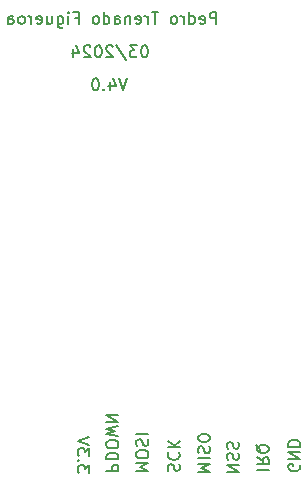
<source format=gbo>
G04 #@! TF.GenerationSoftware,KiCad,Pcbnew,7.0.9*
G04 #@! TF.CreationDate,2024-04-20T19:10:07+02:00*
G04 #@! TF.ProjectId,NFC_Programmer,4e46435f-5072-46f6-9772-616d6d65722e,3.0*
G04 #@! TF.SameCoordinates,Original*
G04 #@! TF.FileFunction,Legend,Bot*
G04 #@! TF.FilePolarity,Positive*
%FSLAX46Y46*%
G04 Gerber Fmt 4.6, Leading zero omitted, Abs format (unit mm)*
G04 Created by KiCad (PCBNEW 7.0.9) date 2024-04-20 19:10:07*
%MOMM*%
%LPD*%
G01*
G04 APERTURE LIST*
%ADD10C,0.153000*%
%ADD11C,3.000000*%
%ADD12R,1.700000X1.700000*%
%ADD13O,1.700000X1.700000*%
G04 APERTURE END LIST*
D10*
X139610336Y-106811247D02*
X140610336Y-106811247D01*
X140610336Y-106811247D02*
X140610336Y-106430295D01*
X140610336Y-106430295D02*
X140562717Y-106335057D01*
X140562717Y-106335057D02*
X140515098Y-106287438D01*
X140515098Y-106287438D02*
X140419860Y-106239819D01*
X140419860Y-106239819D02*
X140277003Y-106239819D01*
X140277003Y-106239819D02*
X140181765Y-106287438D01*
X140181765Y-106287438D02*
X140134146Y-106335057D01*
X140134146Y-106335057D02*
X140086527Y-106430295D01*
X140086527Y-106430295D02*
X140086527Y-106811247D01*
X139610336Y-105811247D02*
X140610336Y-105811247D01*
X140610336Y-105811247D02*
X140610336Y-105573152D01*
X140610336Y-105573152D02*
X140562717Y-105430295D01*
X140562717Y-105430295D02*
X140467479Y-105335057D01*
X140467479Y-105335057D02*
X140372241Y-105287438D01*
X140372241Y-105287438D02*
X140181765Y-105239819D01*
X140181765Y-105239819D02*
X140038908Y-105239819D01*
X140038908Y-105239819D02*
X139848432Y-105287438D01*
X139848432Y-105287438D02*
X139753194Y-105335057D01*
X139753194Y-105335057D02*
X139657956Y-105430295D01*
X139657956Y-105430295D02*
X139610336Y-105573152D01*
X139610336Y-105573152D02*
X139610336Y-105811247D01*
X140610336Y-104620771D02*
X140610336Y-104430295D01*
X140610336Y-104430295D02*
X140562717Y-104335057D01*
X140562717Y-104335057D02*
X140467479Y-104239819D01*
X140467479Y-104239819D02*
X140277003Y-104192200D01*
X140277003Y-104192200D02*
X139943670Y-104192200D01*
X139943670Y-104192200D02*
X139753194Y-104239819D01*
X139753194Y-104239819D02*
X139657956Y-104335057D01*
X139657956Y-104335057D02*
X139610336Y-104430295D01*
X139610336Y-104430295D02*
X139610336Y-104620771D01*
X139610336Y-104620771D02*
X139657956Y-104716009D01*
X139657956Y-104716009D02*
X139753194Y-104811247D01*
X139753194Y-104811247D02*
X139943670Y-104858866D01*
X139943670Y-104858866D02*
X140277003Y-104858866D01*
X140277003Y-104858866D02*
X140467479Y-104811247D01*
X140467479Y-104811247D02*
X140562717Y-104716009D01*
X140562717Y-104716009D02*
X140610336Y-104620771D01*
X140610336Y-103858866D02*
X139610336Y-103620771D01*
X139610336Y-103620771D02*
X140324622Y-103430295D01*
X140324622Y-103430295D02*
X139610336Y-103239819D01*
X139610336Y-103239819D02*
X140610336Y-103001724D01*
X139610336Y-102620771D02*
X140610336Y-102620771D01*
X140610336Y-102620771D02*
X139610336Y-102049343D01*
X139610336Y-102049343D02*
X140610336Y-102049343D01*
X148921247Y-68929663D02*
X148921247Y-67929663D01*
X148921247Y-67929663D02*
X148540295Y-67929663D01*
X148540295Y-67929663D02*
X148445057Y-67977282D01*
X148445057Y-67977282D02*
X148397438Y-68024901D01*
X148397438Y-68024901D02*
X148349819Y-68120139D01*
X148349819Y-68120139D02*
X148349819Y-68262996D01*
X148349819Y-68262996D02*
X148397438Y-68358234D01*
X148397438Y-68358234D02*
X148445057Y-68405853D01*
X148445057Y-68405853D02*
X148540295Y-68453472D01*
X148540295Y-68453472D02*
X148921247Y-68453472D01*
X147540295Y-68882044D02*
X147635533Y-68929663D01*
X147635533Y-68929663D02*
X147826009Y-68929663D01*
X147826009Y-68929663D02*
X147921247Y-68882044D01*
X147921247Y-68882044D02*
X147968866Y-68786805D01*
X147968866Y-68786805D02*
X147968866Y-68405853D01*
X147968866Y-68405853D02*
X147921247Y-68310615D01*
X147921247Y-68310615D02*
X147826009Y-68262996D01*
X147826009Y-68262996D02*
X147635533Y-68262996D01*
X147635533Y-68262996D02*
X147540295Y-68310615D01*
X147540295Y-68310615D02*
X147492676Y-68405853D01*
X147492676Y-68405853D02*
X147492676Y-68501091D01*
X147492676Y-68501091D02*
X147968866Y-68596329D01*
X146635533Y-68929663D02*
X146635533Y-67929663D01*
X146635533Y-68882044D02*
X146730771Y-68929663D01*
X146730771Y-68929663D02*
X146921247Y-68929663D01*
X146921247Y-68929663D02*
X147016485Y-68882044D01*
X147016485Y-68882044D02*
X147064104Y-68834424D01*
X147064104Y-68834424D02*
X147111723Y-68739186D01*
X147111723Y-68739186D02*
X147111723Y-68453472D01*
X147111723Y-68453472D02*
X147064104Y-68358234D01*
X147064104Y-68358234D02*
X147016485Y-68310615D01*
X147016485Y-68310615D02*
X146921247Y-68262996D01*
X146921247Y-68262996D02*
X146730771Y-68262996D01*
X146730771Y-68262996D02*
X146635533Y-68310615D01*
X146159342Y-68929663D02*
X146159342Y-68262996D01*
X146159342Y-68453472D02*
X146111723Y-68358234D01*
X146111723Y-68358234D02*
X146064104Y-68310615D01*
X146064104Y-68310615D02*
X145968866Y-68262996D01*
X145968866Y-68262996D02*
X145873628Y-68262996D01*
X145397437Y-68929663D02*
X145492675Y-68882044D01*
X145492675Y-68882044D02*
X145540294Y-68834424D01*
X145540294Y-68834424D02*
X145587913Y-68739186D01*
X145587913Y-68739186D02*
X145587913Y-68453472D01*
X145587913Y-68453472D02*
X145540294Y-68358234D01*
X145540294Y-68358234D02*
X145492675Y-68310615D01*
X145492675Y-68310615D02*
X145397437Y-68262996D01*
X145397437Y-68262996D02*
X145254580Y-68262996D01*
X145254580Y-68262996D02*
X145159342Y-68310615D01*
X145159342Y-68310615D02*
X145111723Y-68358234D01*
X145111723Y-68358234D02*
X145064104Y-68453472D01*
X145064104Y-68453472D02*
X145064104Y-68739186D01*
X145064104Y-68739186D02*
X145111723Y-68834424D01*
X145111723Y-68834424D02*
X145159342Y-68882044D01*
X145159342Y-68882044D02*
X145254580Y-68929663D01*
X145254580Y-68929663D02*
X145397437Y-68929663D01*
X144016484Y-67929663D02*
X143445056Y-67929663D01*
X143730770Y-68929663D02*
X143730770Y-67929663D01*
X143111722Y-68929663D02*
X143111722Y-68262996D01*
X143111722Y-68453472D02*
X143064103Y-68358234D01*
X143064103Y-68358234D02*
X143016484Y-68310615D01*
X143016484Y-68310615D02*
X142921246Y-68262996D01*
X142921246Y-68262996D02*
X142826008Y-68262996D01*
X142111722Y-68882044D02*
X142206960Y-68929663D01*
X142206960Y-68929663D02*
X142397436Y-68929663D01*
X142397436Y-68929663D02*
X142492674Y-68882044D01*
X142492674Y-68882044D02*
X142540293Y-68786805D01*
X142540293Y-68786805D02*
X142540293Y-68405853D01*
X142540293Y-68405853D02*
X142492674Y-68310615D01*
X142492674Y-68310615D02*
X142397436Y-68262996D01*
X142397436Y-68262996D02*
X142206960Y-68262996D01*
X142206960Y-68262996D02*
X142111722Y-68310615D01*
X142111722Y-68310615D02*
X142064103Y-68405853D01*
X142064103Y-68405853D02*
X142064103Y-68501091D01*
X142064103Y-68501091D02*
X142540293Y-68596329D01*
X141635531Y-68262996D02*
X141635531Y-68929663D01*
X141635531Y-68358234D02*
X141587912Y-68310615D01*
X141587912Y-68310615D02*
X141492674Y-68262996D01*
X141492674Y-68262996D02*
X141349817Y-68262996D01*
X141349817Y-68262996D02*
X141254579Y-68310615D01*
X141254579Y-68310615D02*
X141206960Y-68405853D01*
X141206960Y-68405853D02*
X141206960Y-68929663D01*
X140302198Y-68929663D02*
X140302198Y-68405853D01*
X140302198Y-68405853D02*
X140349817Y-68310615D01*
X140349817Y-68310615D02*
X140445055Y-68262996D01*
X140445055Y-68262996D02*
X140635531Y-68262996D01*
X140635531Y-68262996D02*
X140730769Y-68310615D01*
X140302198Y-68882044D02*
X140397436Y-68929663D01*
X140397436Y-68929663D02*
X140635531Y-68929663D01*
X140635531Y-68929663D02*
X140730769Y-68882044D01*
X140730769Y-68882044D02*
X140778388Y-68786805D01*
X140778388Y-68786805D02*
X140778388Y-68691567D01*
X140778388Y-68691567D02*
X140730769Y-68596329D01*
X140730769Y-68596329D02*
X140635531Y-68548710D01*
X140635531Y-68548710D02*
X140397436Y-68548710D01*
X140397436Y-68548710D02*
X140302198Y-68501091D01*
X139397436Y-68929663D02*
X139397436Y-67929663D01*
X139397436Y-68882044D02*
X139492674Y-68929663D01*
X139492674Y-68929663D02*
X139683150Y-68929663D01*
X139683150Y-68929663D02*
X139778388Y-68882044D01*
X139778388Y-68882044D02*
X139826007Y-68834424D01*
X139826007Y-68834424D02*
X139873626Y-68739186D01*
X139873626Y-68739186D02*
X139873626Y-68453472D01*
X139873626Y-68453472D02*
X139826007Y-68358234D01*
X139826007Y-68358234D02*
X139778388Y-68310615D01*
X139778388Y-68310615D02*
X139683150Y-68262996D01*
X139683150Y-68262996D02*
X139492674Y-68262996D01*
X139492674Y-68262996D02*
X139397436Y-68310615D01*
X138778388Y-68929663D02*
X138873626Y-68882044D01*
X138873626Y-68882044D02*
X138921245Y-68834424D01*
X138921245Y-68834424D02*
X138968864Y-68739186D01*
X138968864Y-68739186D02*
X138968864Y-68453472D01*
X138968864Y-68453472D02*
X138921245Y-68358234D01*
X138921245Y-68358234D02*
X138873626Y-68310615D01*
X138873626Y-68310615D02*
X138778388Y-68262996D01*
X138778388Y-68262996D02*
X138635531Y-68262996D01*
X138635531Y-68262996D02*
X138540293Y-68310615D01*
X138540293Y-68310615D02*
X138492674Y-68358234D01*
X138492674Y-68358234D02*
X138445055Y-68453472D01*
X138445055Y-68453472D02*
X138445055Y-68739186D01*
X138445055Y-68739186D02*
X138492674Y-68834424D01*
X138492674Y-68834424D02*
X138540293Y-68882044D01*
X138540293Y-68882044D02*
X138635531Y-68929663D01*
X138635531Y-68929663D02*
X138778388Y-68929663D01*
X136921245Y-68405853D02*
X137254578Y-68405853D01*
X137254578Y-68929663D02*
X137254578Y-67929663D01*
X137254578Y-67929663D02*
X136778388Y-67929663D01*
X136397435Y-68929663D02*
X136397435Y-68262996D01*
X136397435Y-67929663D02*
X136445054Y-67977282D01*
X136445054Y-67977282D02*
X136397435Y-68024901D01*
X136397435Y-68024901D02*
X136349816Y-67977282D01*
X136349816Y-67977282D02*
X136397435Y-67929663D01*
X136397435Y-67929663D02*
X136397435Y-68024901D01*
X135492674Y-68262996D02*
X135492674Y-69072520D01*
X135492674Y-69072520D02*
X135540293Y-69167758D01*
X135540293Y-69167758D02*
X135587912Y-69215377D01*
X135587912Y-69215377D02*
X135683150Y-69262996D01*
X135683150Y-69262996D02*
X135826007Y-69262996D01*
X135826007Y-69262996D02*
X135921245Y-69215377D01*
X135492674Y-68882044D02*
X135587912Y-68929663D01*
X135587912Y-68929663D02*
X135778388Y-68929663D01*
X135778388Y-68929663D02*
X135873626Y-68882044D01*
X135873626Y-68882044D02*
X135921245Y-68834424D01*
X135921245Y-68834424D02*
X135968864Y-68739186D01*
X135968864Y-68739186D02*
X135968864Y-68453472D01*
X135968864Y-68453472D02*
X135921245Y-68358234D01*
X135921245Y-68358234D02*
X135873626Y-68310615D01*
X135873626Y-68310615D02*
X135778388Y-68262996D01*
X135778388Y-68262996D02*
X135587912Y-68262996D01*
X135587912Y-68262996D02*
X135492674Y-68310615D01*
X134587912Y-68262996D02*
X134587912Y-68929663D01*
X135016483Y-68262996D02*
X135016483Y-68786805D01*
X135016483Y-68786805D02*
X134968864Y-68882044D01*
X134968864Y-68882044D02*
X134873626Y-68929663D01*
X134873626Y-68929663D02*
X134730769Y-68929663D01*
X134730769Y-68929663D02*
X134635531Y-68882044D01*
X134635531Y-68882044D02*
X134587912Y-68834424D01*
X133730769Y-68882044D02*
X133826007Y-68929663D01*
X133826007Y-68929663D02*
X134016483Y-68929663D01*
X134016483Y-68929663D02*
X134111721Y-68882044D01*
X134111721Y-68882044D02*
X134159340Y-68786805D01*
X134159340Y-68786805D02*
X134159340Y-68405853D01*
X134159340Y-68405853D02*
X134111721Y-68310615D01*
X134111721Y-68310615D02*
X134016483Y-68262996D01*
X134016483Y-68262996D02*
X133826007Y-68262996D01*
X133826007Y-68262996D02*
X133730769Y-68310615D01*
X133730769Y-68310615D02*
X133683150Y-68405853D01*
X133683150Y-68405853D02*
X133683150Y-68501091D01*
X133683150Y-68501091D02*
X134159340Y-68596329D01*
X133254578Y-68929663D02*
X133254578Y-68262996D01*
X133254578Y-68453472D02*
X133206959Y-68358234D01*
X133206959Y-68358234D02*
X133159340Y-68310615D01*
X133159340Y-68310615D02*
X133064102Y-68262996D01*
X133064102Y-68262996D02*
X132968864Y-68262996D01*
X132492673Y-68929663D02*
X132587911Y-68882044D01*
X132587911Y-68882044D02*
X132635530Y-68834424D01*
X132635530Y-68834424D02*
X132683149Y-68739186D01*
X132683149Y-68739186D02*
X132683149Y-68453472D01*
X132683149Y-68453472D02*
X132635530Y-68358234D01*
X132635530Y-68358234D02*
X132587911Y-68310615D01*
X132587911Y-68310615D02*
X132492673Y-68262996D01*
X132492673Y-68262996D02*
X132349816Y-68262996D01*
X132349816Y-68262996D02*
X132254578Y-68310615D01*
X132254578Y-68310615D02*
X132206959Y-68358234D01*
X132206959Y-68358234D02*
X132159340Y-68453472D01*
X132159340Y-68453472D02*
X132159340Y-68739186D01*
X132159340Y-68739186D02*
X132206959Y-68834424D01*
X132206959Y-68834424D02*
X132254578Y-68882044D01*
X132254578Y-68882044D02*
X132349816Y-68929663D01*
X132349816Y-68929663D02*
X132492673Y-68929663D01*
X131302197Y-68929663D02*
X131302197Y-68405853D01*
X131302197Y-68405853D02*
X131349816Y-68310615D01*
X131349816Y-68310615D02*
X131445054Y-68262996D01*
X131445054Y-68262996D02*
X131635530Y-68262996D01*
X131635530Y-68262996D02*
X131730768Y-68310615D01*
X131302197Y-68882044D02*
X131397435Y-68929663D01*
X131397435Y-68929663D02*
X131635530Y-68929663D01*
X131635530Y-68929663D02*
X131730768Y-68882044D01*
X131730768Y-68882044D02*
X131778387Y-68786805D01*
X131778387Y-68786805D02*
X131778387Y-68691567D01*
X131778387Y-68691567D02*
X131730768Y-68596329D01*
X131730768Y-68596329D02*
X131635530Y-68548710D01*
X131635530Y-68548710D02*
X131397435Y-68548710D01*
X131397435Y-68548710D02*
X131302197Y-68501091D01*
X141344104Y-73549663D02*
X141010771Y-74549663D01*
X141010771Y-74549663D02*
X140677438Y-73549663D01*
X139915533Y-73882996D02*
X139915533Y-74549663D01*
X140153628Y-73502044D02*
X140391723Y-74216329D01*
X140391723Y-74216329D02*
X139772676Y-74216329D01*
X139391723Y-74454424D02*
X139344104Y-74502044D01*
X139344104Y-74502044D02*
X139391723Y-74549663D01*
X139391723Y-74549663D02*
X139439342Y-74502044D01*
X139439342Y-74502044D02*
X139391723Y-74454424D01*
X139391723Y-74454424D02*
X139391723Y-74549663D01*
X138725057Y-73549663D02*
X138629819Y-73549663D01*
X138629819Y-73549663D02*
X138534581Y-73597282D01*
X138534581Y-73597282D02*
X138486962Y-73644901D01*
X138486962Y-73644901D02*
X138439343Y-73740139D01*
X138439343Y-73740139D02*
X138391724Y-73930615D01*
X138391724Y-73930615D02*
X138391724Y-74168710D01*
X138391724Y-74168710D02*
X138439343Y-74359186D01*
X138439343Y-74359186D02*
X138486962Y-74454424D01*
X138486962Y-74454424D02*
X138534581Y-74502044D01*
X138534581Y-74502044D02*
X138629819Y-74549663D01*
X138629819Y-74549663D02*
X138725057Y-74549663D01*
X138725057Y-74549663D02*
X138820295Y-74502044D01*
X138820295Y-74502044D02*
X138867914Y-74454424D01*
X138867914Y-74454424D02*
X138915533Y-74359186D01*
X138915533Y-74359186D02*
X138963152Y-74168710D01*
X138963152Y-74168710D02*
X138963152Y-73930615D01*
X138963152Y-73930615D02*
X138915533Y-73740139D01*
X138915533Y-73740139D02*
X138867914Y-73644901D01*
X138867914Y-73644901D02*
X138820295Y-73597282D01*
X138820295Y-73597282D02*
X138725057Y-73549663D01*
X138170336Y-106916485D02*
X138170336Y-106297438D01*
X138170336Y-106297438D02*
X137789384Y-106630771D01*
X137789384Y-106630771D02*
X137789384Y-106487914D01*
X137789384Y-106487914D02*
X137741765Y-106392676D01*
X137741765Y-106392676D02*
X137694146Y-106345057D01*
X137694146Y-106345057D02*
X137598908Y-106297438D01*
X137598908Y-106297438D02*
X137360813Y-106297438D01*
X137360813Y-106297438D02*
X137265575Y-106345057D01*
X137265575Y-106345057D02*
X137217956Y-106392676D01*
X137217956Y-106392676D02*
X137170336Y-106487914D01*
X137170336Y-106487914D02*
X137170336Y-106773628D01*
X137170336Y-106773628D02*
X137217956Y-106868866D01*
X137217956Y-106868866D02*
X137265575Y-106916485D01*
X137265575Y-105868866D02*
X137217956Y-105821247D01*
X137217956Y-105821247D02*
X137170336Y-105868866D01*
X137170336Y-105868866D02*
X137217956Y-105916485D01*
X137217956Y-105916485D02*
X137265575Y-105868866D01*
X137265575Y-105868866D02*
X137170336Y-105868866D01*
X138170336Y-105487914D02*
X138170336Y-104868867D01*
X138170336Y-104868867D02*
X137789384Y-105202200D01*
X137789384Y-105202200D02*
X137789384Y-105059343D01*
X137789384Y-105059343D02*
X137741765Y-104964105D01*
X137741765Y-104964105D02*
X137694146Y-104916486D01*
X137694146Y-104916486D02*
X137598908Y-104868867D01*
X137598908Y-104868867D02*
X137360813Y-104868867D01*
X137360813Y-104868867D02*
X137265575Y-104916486D01*
X137265575Y-104916486D02*
X137217956Y-104964105D01*
X137217956Y-104964105D02*
X137170336Y-105059343D01*
X137170336Y-105059343D02*
X137170336Y-105345057D01*
X137170336Y-105345057D02*
X137217956Y-105440295D01*
X137217956Y-105440295D02*
X137265575Y-105487914D01*
X138170336Y-104583152D02*
X137170336Y-104249819D01*
X137170336Y-104249819D02*
X138170336Y-103916486D01*
X149830336Y-106851247D02*
X150830336Y-106851247D01*
X150830336Y-106851247D02*
X149830336Y-106279819D01*
X149830336Y-106279819D02*
X150830336Y-106279819D01*
X149877956Y-105851247D02*
X149830336Y-105708390D01*
X149830336Y-105708390D02*
X149830336Y-105470295D01*
X149830336Y-105470295D02*
X149877956Y-105375057D01*
X149877956Y-105375057D02*
X149925575Y-105327438D01*
X149925575Y-105327438D02*
X150020813Y-105279819D01*
X150020813Y-105279819D02*
X150116051Y-105279819D01*
X150116051Y-105279819D02*
X150211289Y-105327438D01*
X150211289Y-105327438D02*
X150258908Y-105375057D01*
X150258908Y-105375057D02*
X150306527Y-105470295D01*
X150306527Y-105470295D02*
X150354146Y-105660771D01*
X150354146Y-105660771D02*
X150401765Y-105756009D01*
X150401765Y-105756009D02*
X150449384Y-105803628D01*
X150449384Y-105803628D02*
X150544622Y-105851247D01*
X150544622Y-105851247D02*
X150639860Y-105851247D01*
X150639860Y-105851247D02*
X150735098Y-105803628D01*
X150735098Y-105803628D02*
X150782717Y-105756009D01*
X150782717Y-105756009D02*
X150830336Y-105660771D01*
X150830336Y-105660771D02*
X150830336Y-105422676D01*
X150830336Y-105422676D02*
X150782717Y-105279819D01*
X149877956Y-104898866D02*
X149830336Y-104756009D01*
X149830336Y-104756009D02*
X149830336Y-104517914D01*
X149830336Y-104517914D02*
X149877956Y-104422676D01*
X149877956Y-104422676D02*
X149925575Y-104375057D01*
X149925575Y-104375057D02*
X150020813Y-104327438D01*
X150020813Y-104327438D02*
X150116051Y-104327438D01*
X150116051Y-104327438D02*
X150211289Y-104375057D01*
X150211289Y-104375057D02*
X150258908Y-104422676D01*
X150258908Y-104422676D02*
X150306527Y-104517914D01*
X150306527Y-104517914D02*
X150354146Y-104708390D01*
X150354146Y-104708390D02*
X150401765Y-104803628D01*
X150401765Y-104803628D02*
X150449384Y-104851247D01*
X150449384Y-104851247D02*
X150544622Y-104898866D01*
X150544622Y-104898866D02*
X150639860Y-104898866D01*
X150639860Y-104898866D02*
X150735098Y-104851247D01*
X150735098Y-104851247D02*
X150782717Y-104803628D01*
X150782717Y-104803628D02*
X150830336Y-104708390D01*
X150830336Y-104708390D02*
X150830336Y-104470295D01*
X150830336Y-104470295D02*
X150782717Y-104327438D01*
X142160336Y-106811247D02*
X143160336Y-106811247D01*
X143160336Y-106811247D02*
X142446051Y-106477914D01*
X142446051Y-106477914D02*
X143160336Y-106144581D01*
X143160336Y-106144581D02*
X142160336Y-106144581D01*
X143160336Y-105477914D02*
X143160336Y-105287438D01*
X143160336Y-105287438D02*
X143112717Y-105192200D01*
X143112717Y-105192200D02*
X143017479Y-105096962D01*
X143017479Y-105096962D02*
X142827003Y-105049343D01*
X142827003Y-105049343D02*
X142493670Y-105049343D01*
X142493670Y-105049343D02*
X142303194Y-105096962D01*
X142303194Y-105096962D02*
X142207956Y-105192200D01*
X142207956Y-105192200D02*
X142160336Y-105287438D01*
X142160336Y-105287438D02*
X142160336Y-105477914D01*
X142160336Y-105477914D02*
X142207956Y-105573152D01*
X142207956Y-105573152D02*
X142303194Y-105668390D01*
X142303194Y-105668390D02*
X142493670Y-105716009D01*
X142493670Y-105716009D02*
X142827003Y-105716009D01*
X142827003Y-105716009D02*
X143017479Y-105668390D01*
X143017479Y-105668390D02*
X143112717Y-105573152D01*
X143112717Y-105573152D02*
X143160336Y-105477914D01*
X142207956Y-104668390D02*
X142160336Y-104525533D01*
X142160336Y-104525533D02*
X142160336Y-104287438D01*
X142160336Y-104287438D02*
X142207956Y-104192200D01*
X142207956Y-104192200D02*
X142255575Y-104144581D01*
X142255575Y-104144581D02*
X142350813Y-104096962D01*
X142350813Y-104096962D02*
X142446051Y-104096962D01*
X142446051Y-104096962D02*
X142541289Y-104144581D01*
X142541289Y-104144581D02*
X142588908Y-104192200D01*
X142588908Y-104192200D02*
X142636527Y-104287438D01*
X142636527Y-104287438D02*
X142684146Y-104477914D01*
X142684146Y-104477914D02*
X142731765Y-104573152D01*
X142731765Y-104573152D02*
X142779384Y-104620771D01*
X142779384Y-104620771D02*
X142874622Y-104668390D01*
X142874622Y-104668390D02*
X142969860Y-104668390D01*
X142969860Y-104668390D02*
X143065098Y-104620771D01*
X143065098Y-104620771D02*
X143112717Y-104573152D01*
X143112717Y-104573152D02*
X143160336Y-104477914D01*
X143160336Y-104477914D02*
X143160336Y-104239819D01*
X143160336Y-104239819D02*
X143112717Y-104096962D01*
X142160336Y-103668390D02*
X143160336Y-103668390D01*
X155962717Y-106247438D02*
X156010336Y-106342676D01*
X156010336Y-106342676D02*
X156010336Y-106485533D01*
X156010336Y-106485533D02*
X155962717Y-106628390D01*
X155962717Y-106628390D02*
X155867479Y-106723628D01*
X155867479Y-106723628D02*
X155772241Y-106771247D01*
X155772241Y-106771247D02*
X155581765Y-106818866D01*
X155581765Y-106818866D02*
X155438908Y-106818866D01*
X155438908Y-106818866D02*
X155248432Y-106771247D01*
X155248432Y-106771247D02*
X155153194Y-106723628D01*
X155153194Y-106723628D02*
X155057956Y-106628390D01*
X155057956Y-106628390D02*
X155010336Y-106485533D01*
X155010336Y-106485533D02*
X155010336Y-106390295D01*
X155010336Y-106390295D02*
X155057956Y-106247438D01*
X155057956Y-106247438D02*
X155105575Y-106199819D01*
X155105575Y-106199819D02*
X155438908Y-106199819D01*
X155438908Y-106199819D02*
X155438908Y-106390295D01*
X155010336Y-105771247D02*
X156010336Y-105771247D01*
X156010336Y-105771247D02*
X155010336Y-105199819D01*
X155010336Y-105199819D02*
X156010336Y-105199819D01*
X155010336Y-104723628D02*
X156010336Y-104723628D01*
X156010336Y-104723628D02*
X156010336Y-104485533D01*
X156010336Y-104485533D02*
X155962717Y-104342676D01*
X155962717Y-104342676D02*
X155867479Y-104247438D01*
X155867479Y-104247438D02*
X155772241Y-104199819D01*
X155772241Y-104199819D02*
X155581765Y-104152200D01*
X155581765Y-104152200D02*
X155438908Y-104152200D01*
X155438908Y-104152200D02*
X155248432Y-104199819D01*
X155248432Y-104199819D02*
X155153194Y-104247438D01*
X155153194Y-104247438D02*
X155057956Y-104342676D01*
X155057956Y-104342676D02*
X155010336Y-104485533D01*
X155010336Y-104485533D02*
X155010336Y-104723628D01*
X147370336Y-106851247D02*
X148370336Y-106851247D01*
X148370336Y-106851247D02*
X147656051Y-106517914D01*
X147656051Y-106517914D02*
X148370336Y-106184581D01*
X148370336Y-106184581D02*
X147370336Y-106184581D01*
X147370336Y-105708390D02*
X148370336Y-105708390D01*
X147417956Y-105279819D02*
X147370336Y-105136962D01*
X147370336Y-105136962D02*
X147370336Y-104898867D01*
X147370336Y-104898867D02*
X147417956Y-104803629D01*
X147417956Y-104803629D02*
X147465575Y-104756010D01*
X147465575Y-104756010D02*
X147560813Y-104708391D01*
X147560813Y-104708391D02*
X147656051Y-104708391D01*
X147656051Y-104708391D02*
X147751289Y-104756010D01*
X147751289Y-104756010D02*
X147798908Y-104803629D01*
X147798908Y-104803629D02*
X147846527Y-104898867D01*
X147846527Y-104898867D02*
X147894146Y-105089343D01*
X147894146Y-105089343D02*
X147941765Y-105184581D01*
X147941765Y-105184581D02*
X147989384Y-105232200D01*
X147989384Y-105232200D02*
X148084622Y-105279819D01*
X148084622Y-105279819D02*
X148179860Y-105279819D01*
X148179860Y-105279819D02*
X148275098Y-105232200D01*
X148275098Y-105232200D02*
X148322717Y-105184581D01*
X148322717Y-105184581D02*
X148370336Y-105089343D01*
X148370336Y-105089343D02*
X148370336Y-104851248D01*
X148370336Y-104851248D02*
X148322717Y-104708391D01*
X148370336Y-104089343D02*
X148370336Y-103898867D01*
X148370336Y-103898867D02*
X148322717Y-103803629D01*
X148322717Y-103803629D02*
X148227479Y-103708391D01*
X148227479Y-103708391D02*
X148037003Y-103660772D01*
X148037003Y-103660772D02*
X147703670Y-103660772D01*
X147703670Y-103660772D02*
X147513194Y-103708391D01*
X147513194Y-103708391D02*
X147417956Y-103803629D01*
X147417956Y-103803629D02*
X147370336Y-103898867D01*
X147370336Y-103898867D02*
X147370336Y-104089343D01*
X147370336Y-104089343D02*
X147417956Y-104184581D01*
X147417956Y-104184581D02*
X147513194Y-104279819D01*
X147513194Y-104279819D02*
X147703670Y-104327438D01*
X147703670Y-104327438D02*
X148037003Y-104327438D01*
X148037003Y-104327438D02*
X148227479Y-104279819D01*
X148227479Y-104279819D02*
X148322717Y-104184581D01*
X148322717Y-104184581D02*
X148370336Y-104089343D01*
X144867956Y-106778866D02*
X144820336Y-106636009D01*
X144820336Y-106636009D02*
X144820336Y-106397914D01*
X144820336Y-106397914D02*
X144867956Y-106302676D01*
X144867956Y-106302676D02*
X144915575Y-106255057D01*
X144915575Y-106255057D02*
X145010813Y-106207438D01*
X145010813Y-106207438D02*
X145106051Y-106207438D01*
X145106051Y-106207438D02*
X145201289Y-106255057D01*
X145201289Y-106255057D02*
X145248908Y-106302676D01*
X145248908Y-106302676D02*
X145296527Y-106397914D01*
X145296527Y-106397914D02*
X145344146Y-106588390D01*
X145344146Y-106588390D02*
X145391765Y-106683628D01*
X145391765Y-106683628D02*
X145439384Y-106731247D01*
X145439384Y-106731247D02*
X145534622Y-106778866D01*
X145534622Y-106778866D02*
X145629860Y-106778866D01*
X145629860Y-106778866D02*
X145725098Y-106731247D01*
X145725098Y-106731247D02*
X145772717Y-106683628D01*
X145772717Y-106683628D02*
X145820336Y-106588390D01*
X145820336Y-106588390D02*
X145820336Y-106350295D01*
X145820336Y-106350295D02*
X145772717Y-106207438D01*
X144915575Y-105207438D02*
X144867956Y-105255057D01*
X144867956Y-105255057D02*
X144820336Y-105397914D01*
X144820336Y-105397914D02*
X144820336Y-105493152D01*
X144820336Y-105493152D02*
X144867956Y-105636009D01*
X144867956Y-105636009D02*
X144963194Y-105731247D01*
X144963194Y-105731247D02*
X145058432Y-105778866D01*
X145058432Y-105778866D02*
X145248908Y-105826485D01*
X145248908Y-105826485D02*
X145391765Y-105826485D01*
X145391765Y-105826485D02*
X145582241Y-105778866D01*
X145582241Y-105778866D02*
X145677479Y-105731247D01*
X145677479Y-105731247D02*
X145772717Y-105636009D01*
X145772717Y-105636009D02*
X145820336Y-105493152D01*
X145820336Y-105493152D02*
X145820336Y-105397914D01*
X145820336Y-105397914D02*
X145772717Y-105255057D01*
X145772717Y-105255057D02*
X145725098Y-105207438D01*
X144820336Y-104778866D02*
X145820336Y-104778866D01*
X144820336Y-104207438D02*
X145391765Y-104636009D01*
X145820336Y-104207438D02*
X145248908Y-104778866D01*
X142870771Y-70759663D02*
X142775533Y-70759663D01*
X142775533Y-70759663D02*
X142680295Y-70807282D01*
X142680295Y-70807282D02*
X142632676Y-70854901D01*
X142632676Y-70854901D02*
X142585057Y-70950139D01*
X142585057Y-70950139D02*
X142537438Y-71140615D01*
X142537438Y-71140615D02*
X142537438Y-71378710D01*
X142537438Y-71378710D02*
X142585057Y-71569186D01*
X142585057Y-71569186D02*
X142632676Y-71664424D01*
X142632676Y-71664424D02*
X142680295Y-71712044D01*
X142680295Y-71712044D02*
X142775533Y-71759663D01*
X142775533Y-71759663D02*
X142870771Y-71759663D01*
X142870771Y-71759663D02*
X142966009Y-71712044D01*
X142966009Y-71712044D02*
X143013628Y-71664424D01*
X143013628Y-71664424D02*
X143061247Y-71569186D01*
X143061247Y-71569186D02*
X143108866Y-71378710D01*
X143108866Y-71378710D02*
X143108866Y-71140615D01*
X143108866Y-71140615D02*
X143061247Y-70950139D01*
X143061247Y-70950139D02*
X143013628Y-70854901D01*
X143013628Y-70854901D02*
X142966009Y-70807282D01*
X142966009Y-70807282D02*
X142870771Y-70759663D01*
X142204104Y-70759663D02*
X141585057Y-70759663D01*
X141585057Y-70759663D02*
X141918390Y-71140615D01*
X141918390Y-71140615D02*
X141775533Y-71140615D01*
X141775533Y-71140615D02*
X141680295Y-71188234D01*
X141680295Y-71188234D02*
X141632676Y-71235853D01*
X141632676Y-71235853D02*
X141585057Y-71331091D01*
X141585057Y-71331091D02*
X141585057Y-71569186D01*
X141585057Y-71569186D02*
X141632676Y-71664424D01*
X141632676Y-71664424D02*
X141680295Y-71712044D01*
X141680295Y-71712044D02*
X141775533Y-71759663D01*
X141775533Y-71759663D02*
X142061247Y-71759663D01*
X142061247Y-71759663D02*
X142156485Y-71712044D01*
X142156485Y-71712044D02*
X142204104Y-71664424D01*
X140442200Y-70712044D02*
X141299342Y-71997758D01*
X140156485Y-70854901D02*
X140108866Y-70807282D01*
X140108866Y-70807282D02*
X140013628Y-70759663D01*
X140013628Y-70759663D02*
X139775533Y-70759663D01*
X139775533Y-70759663D02*
X139680295Y-70807282D01*
X139680295Y-70807282D02*
X139632676Y-70854901D01*
X139632676Y-70854901D02*
X139585057Y-70950139D01*
X139585057Y-70950139D02*
X139585057Y-71045377D01*
X139585057Y-71045377D02*
X139632676Y-71188234D01*
X139632676Y-71188234D02*
X140204104Y-71759663D01*
X140204104Y-71759663D02*
X139585057Y-71759663D01*
X138966009Y-70759663D02*
X138870771Y-70759663D01*
X138870771Y-70759663D02*
X138775533Y-70807282D01*
X138775533Y-70807282D02*
X138727914Y-70854901D01*
X138727914Y-70854901D02*
X138680295Y-70950139D01*
X138680295Y-70950139D02*
X138632676Y-71140615D01*
X138632676Y-71140615D02*
X138632676Y-71378710D01*
X138632676Y-71378710D02*
X138680295Y-71569186D01*
X138680295Y-71569186D02*
X138727914Y-71664424D01*
X138727914Y-71664424D02*
X138775533Y-71712044D01*
X138775533Y-71712044D02*
X138870771Y-71759663D01*
X138870771Y-71759663D02*
X138966009Y-71759663D01*
X138966009Y-71759663D02*
X139061247Y-71712044D01*
X139061247Y-71712044D02*
X139108866Y-71664424D01*
X139108866Y-71664424D02*
X139156485Y-71569186D01*
X139156485Y-71569186D02*
X139204104Y-71378710D01*
X139204104Y-71378710D02*
X139204104Y-71140615D01*
X139204104Y-71140615D02*
X139156485Y-70950139D01*
X139156485Y-70950139D02*
X139108866Y-70854901D01*
X139108866Y-70854901D02*
X139061247Y-70807282D01*
X139061247Y-70807282D02*
X138966009Y-70759663D01*
X138251723Y-70854901D02*
X138204104Y-70807282D01*
X138204104Y-70807282D02*
X138108866Y-70759663D01*
X138108866Y-70759663D02*
X137870771Y-70759663D01*
X137870771Y-70759663D02*
X137775533Y-70807282D01*
X137775533Y-70807282D02*
X137727914Y-70854901D01*
X137727914Y-70854901D02*
X137680295Y-70950139D01*
X137680295Y-70950139D02*
X137680295Y-71045377D01*
X137680295Y-71045377D02*
X137727914Y-71188234D01*
X137727914Y-71188234D02*
X138299342Y-71759663D01*
X138299342Y-71759663D02*
X137680295Y-71759663D01*
X136823152Y-71092996D02*
X136823152Y-71759663D01*
X137061247Y-70712044D02*
X137299342Y-71426329D01*
X137299342Y-71426329D02*
X136680295Y-71426329D01*
X152380336Y-106691247D02*
X153380336Y-106691247D01*
X152380336Y-105643629D02*
X152856527Y-105976962D01*
X152380336Y-106215057D02*
X153380336Y-106215057D01*
X153380336Y-106215057D02*
X153380336Y-105834105D01*
X153380336Y-105834105D02*
X153332717Y-105738867D01*
X153332717Y-105738867D02*
X153285098Y-105691248D01*
X153285098Y-105691248D02*
X153189860Y-105643629D01*
X153189860Y-105643629D02*
X153047003Y-105643629D01*
X153047003Y-105643629D02*
X152951765Y-105691248D01*
X152951765Y-105691248D02*
X152904146Y-105738867D01*
X152904146Y-105738867D02*
X152856527Y-105834105D01*
X152856527Y-105834105D02*
X152856527Y-106215057D01*
X152285098Y-104548391D02*
X152332717Y-104643629D01*
X152332717Y-104643629D02*
X152427956Y-104738867D01*
X152427956Y-104738867D02*
X152570813Y-104881724D01*
X152570813Y-104881724D02*
X152618432Y-104976962D01*
X152618432Y-104976962D02*
X152618432Y-105072200D01*
X152380336Y-105024581D02*
X152427956Y-105119819D01*
X152427956Y-105119819D02*
X152523194Y-105215057D01*
X152523194Y-105215057D02*
X152713670Y-105262676D01*
X152713670Y-105262676D02*
X153047003Y-105262676D01*
X153047003Y-105262676D02*
X153237479Y-105215057D01*
X153237479Y-105215057D02*
X153332717Y-105119819D01*
X153332717Y-105119819D02*
X153380336Y-105024581D01*
X153380336Y-105024581D02*
X153380336Y-104834105D01*
X153380336Y-104834105D02*
X153332717Y-104738867D01*
X153332717Y-104738867D02*
X153237479Y-104643629D01*
X153237479Y-104643629D02*
X153047003Y-104596010D01*
X153047003Y-104596010D02*
X152713670Y-104596010D01*
X152713670Y-104596010D02*
X152523194Y-104643629D01*
X152523194Y-104643629D02*
X152427956Y-104738867D01*
X152427956Y-104738867D02*
X152380336Y-104834105D01*
X152380336Y-104834105D02*
X152380336Y-105024581D01*
%LPC*%
D11*
X124080000Y-58640000D03*
X156120000Y-58640000D03*
D12*
X128530000Y-103060000D03*
D13*
X131070000Y-103060000D03*
D11*
X124060000Y-88020000D03*
D12*
X137670000Y-108010000D03*
D13*
X140210000Y-108010000D03*
X142750000Y-108010000D03*
X145290000Y-108010000D03*
X147830000Y-108010000D03*
X150370000Y-108010000D03*
X152910000Y-108010000D03*
X155450000Y-108010000D03*
D11*
X156110000Y-88020000D03*
%LPD*%
M02*

</source>
